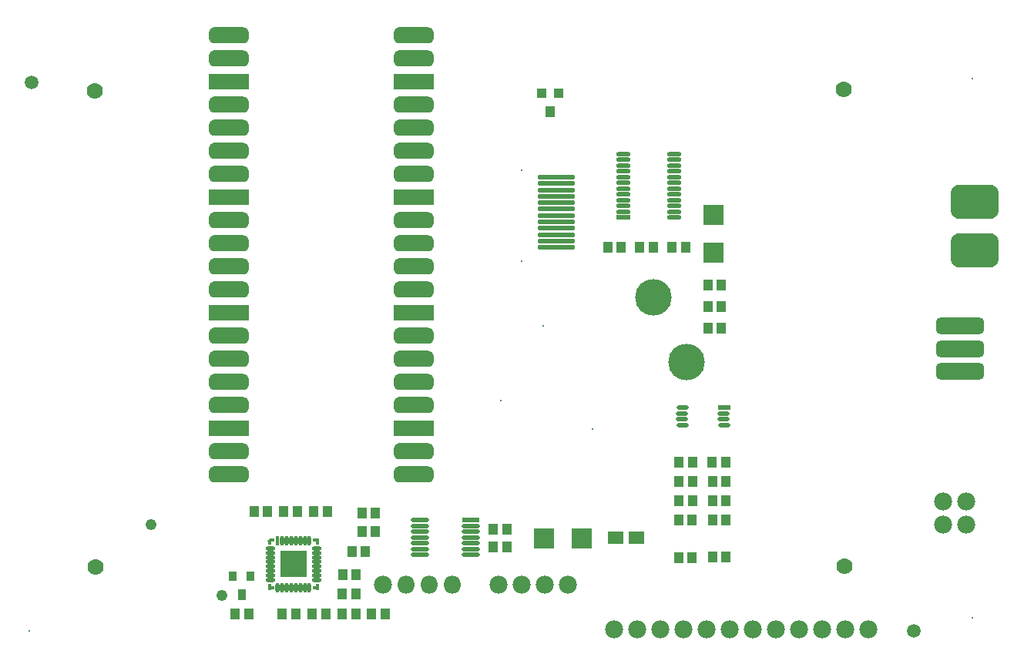
<source format=gbs>
G04*
G04 #@! TF.GenerationSoftware,Altium Limited,CircuitStudio,1.5.2 (30)*
G04*
G04 Layer_Color=26112*
%FSLAX25Y25*%
%MOIN*%
G70*
G01*
G75*
%ADD26C,0.07000*%
%ADD119C,0.05937*%
%ADD120C,0.04800*%
%ADD121C,0.00800*%
%ADD122C,0.07800*%
%ADD123O,0.07300X0.07800*%
%ADD124O,0.07800X0.02000*%
%ADD125R,0.07800X0.02000*%
%ADD126O,0.06200X0.02000*%
%ADD127R,0.06200X0.02000*%
%ADD128R,0.03950X0.04737*%
%ADD129R,0.08800X0.08800*%
%ADD130R,0.03600X0.05000*%
%ADD131R,0.03600X0.04400*%
%ADD132R,0.04400X0.05000*%
%ADD133R,0.04400X0.04400*%
G04:AMPARAMS|DCode=134|XSize=70mil|YSize=172mil|CornerRadius=21.05mil|HoleSize=0mil|Usage=FLASHONLY|Rotation=270.000|XOffset=0mil|YOffset=0mil|HoleType=Round|Shape=RoundedRectangle|*
%AMROUNDEDRECTD134*
21,1,0.07000,0.12990,0,0,270.0*
21,1,0.02790,0.17200,0,0,270.0*
1,1,0.04210,-0.06495,-0.01395*
1,1,0.04210,-0.06495,0.01395*
1,1,0.04210,0.06495,0.01395*
1,1,0.04210,0.06495,-0.01395*
%
%ADD134ROUNDEDRECTD134*%
%ADD135R,0.17200X0.07000*%
%ADD136O,0.05200X0.02178*%
%ADD137O,0.05200X0.02178*%
%ADD138R,0.05200X0.02178*%
%ADD139R,0.02500X0.01400*%
%ADD140R,0.01400X0.02500*%
%ADD141R,0.02260X0.01400*%
%ADD142R,0.01400X0.02260*%
G04:AMPARAMS|DCode=143|XSize=15.8mil|YSize=14mil|CornerRadius=0mil|HoleSize=0mil|Usage=FLASHONLY|Rotation=225.000|XOffset=0mil|YOffset=0mil|HoleType=Round|Shape=Rectangle|*
%AMROTATEDRECTD143*
4,1,4,0.00064,0.01054,0.01054,0.00064,-0.00064,-0.01054,-0.01054,-0.00064,0.00064,0.01054,0.0*
%
%ADD143ROTATEDRECTD143*%

%ADD144R,0.11800X0.11800*%
%ADD145R,0.01784X0.04300*%
%ADD146O,0.01784X0.04300*%
%ADD147O,0.04300X0.01784*%
%ADD148R,0.06800X0.05800*%
%ADD149R,0.08800X0.08800*%
%ADD150C,0.15800*%
G04:AMPARAMS|DCode=151|XSize=22mil|YSize=158mil|CornerRadius=7.5mil|HoleSize=0mil|Usage=FLASHONLY|Rotation=270.000|XOffset=0mil|YOffset=0mil|HoleType=Round|Shape=RoundedRectangle|*
%AMROUNDEDRECTD151*
21,1,0.02200,0.14300,0,0,270.0*
21,1,0.00700,0.15800,0,0,270.0*
1,1,0.01500,-0.07150,-0.00350*
1,1,0.01500,-0.07150,0.00350*
1,1,0.01500,0.07150,0.00350*
1,1,0.01500,0.07150,-0.00350*
%
%ADD151ROUNDEDRECTD151*%
G04:AMPARAMS|DCode=152|XSize=208mil|YSize=148mil|CornerRadius=39mil|HoleSize=0mil|Usage=FLASHONLY|Rotation=0.000|XOffset=0mil|YOffset=0mil|HoleType=Round|Shape=RoundedRectangle|*
%AMROUNDEDRECTD152*
21,1,0.20800,0.07000,0,0,0.0*
21,1,0.13000,0.14800,0,0,0.0*
1,1,0.07800,0.06500,-0.03500*
1,1,0.07800,-0.06500,-0.03500*
1,1,0.07800,-0.06500,0.03500*
1,1,0.07800,0.06500,0.03500*
%
%ADD152ROUNDEDRECTD152*%
G04:AMPARAMS|DCode=153|XSize=73mil|YSize=208mil|CornerRadius=20.25mil|HoleSize=0mil|Usage=FLASHONLY|Rotation=270.000|XOffset=0mil|YOffset=0mil|HoleType=Round|Shape=RoundedRectangle|*
%AMROUNDEDRECTD153*
21,1,0.07300,0.16750,0,0,270.0*
21,1,0.03250,0.20800,0,0,270.0*
1,1,0.04050,-0.08375,-0.01625*
1,1,0.04050,-0.08375,0.01625*
1,1,0.04050,0.08375,0.01625*
1,1,0.04050,0.08375,-0.01625*
%
%ADD153ROUNDEDRECTD153*%
D26*
X3266906Y1741234D02*
D03*
X2942902Y1740734D02*
D03*
X2942542Y1946834D02*
D03*
X3266546Y1947334D02*
D03*
D119*
X2915200Y1950500D02*
D03*
X3296902Y1713234D02*
D03*
D120*
X2997559Y1728270D02*
D03*
X2966870Y1758959D02*
D03*
D121*
X3127269Y1912370D02*
D03*
Y1873000D02*
D03*
X3157900Y1800500D02*
D03*
X3118200Y1812900D02*
D03*
X3136800Y1845100D02*
D03*
X2914402Y1713234D02*
D03*
X3322401Y1718734D02*
D03*
Y1952234D02*
D03*
D122*
X3187402Y1713734D02*
D03*
X3197402D02*
D03*
X3167402D02*
D03*
X3177402D02*
D03*
X3217402D02*
D03*
X3207402D02*
D03*
X3237402D02*
D03*
X3227402D02*
D03*
X3257402D02*
D03*
X3247401D02*
D03*
X3277402D02*
D03*
X3267402D02*
D03*
X3137402Y1733234D02*
D03*
X3319732Y1769253D02*
D03*
X3309732D02*
D03*
X3309832Y1759011D02*
D03*
X3319832D02*
D03*
X3147402Y1733234D02*
D03*
X3067402D02*
D03*
X3117402D02*
D03*
X3127402D02*
D03*
D123*
X3087402D02*
D03*
X3097402D02*
D03*
X3077402D02*
D03*
D124*
X3083400Y1761000D02*
D03*
Y1758500D02*
D03*
Y1756000D02*
D03*
Y1753500D02*
D03*
Y1751000D02*
D03*
Y1748500D02*
D03*
Y1746000D02*
D03*
X3105300Y1746000D02*
D03*
Y1748500D02*
D03*
Y1751000D02*
D03*
X3105300Y1753500D02*
D03*
X3105300Y1756000D02*
D03*
Y1758500D02*
D03*
D125*
Y1761000D02*
D03*
D126*
X3171500Y1909500D02*
D03*
Y1912000D02*
D03*
Y1914500D02*
D03*
Y1917000D02*
D03*
Y1919500D02*
D03*
X3193400D02*
D03*
Y1917000D02*
D03*
Y1914500D02*
D03*
Y1912000D02*
D03*
Y1909500D02*
D03*
Y1892000D02*
D03*
Y1894500D02*
D03*
Y1897000D02*
D03*
Y1899500D02*
D03*
Y1902000D02*
D03*
Y1904500D02*
D03*
Y1907000D02*
D03*
X3171500D02*
D03*
Y1904500D02*
D03*
Y1902000D02*
D03*
Y1899500D02*
D03*
Y1897000D02*
D03*
Y1894500D02*
D03*
D127*
Y1892000D02*
D03*
D128*
X3215800Y1745000D02*
D03*
X3209900D02*
D03*
X3207900Y1862600D02*
D03*
X3213800D02*
D03*
Y1844200D02*
D03*
X3207900D02*
D03*
X3213800Y1853400D02*
D03*
X3207900D02*
D03*
X3023700Y1720300D02*
D03*
X3029600D02*
D03*
X3064100Y1764200D02*
D03*
X3058200D02*
D03*
X3062500Y1720300D02*
D03*
X3068400D02*
D03*
X3055800Y1737400D02*
D03*
X3049900D02*
D03*
X3059800Y1747500D02*
D03*
X3053900D02*
D03*
X3064100Y1756100D02*
D03*
X3058200D02*
D03*
X3120900Y1757100D02*
D03*
X3115000D02*
D03*
X3120900Y1749400D02*
D03*
X3115000D02*
D03*
X3198244Y1879234D02*
D03*
X3192344D02*
D03*
X3030400Y1764700D02*
D03*
X3024500D02*
D03*
X3049800Y1729000D02*
D03*
X3055700D02*
D03*
X3036700Y1720300D02*
D03*
X3042600D02*
D03*
X3003400D02*
D03*
X3009300D02*
D03*
X3017500Y1764700D02*
D03*
X3011600D02*
D03*
X3055569Y1720300D02*
D03*
X3049669D02*
D03*
X3215800Y1777700D02*
D03*
X3209900D02*
D03*
X3201200Y1786000D02*
D03*
X3195300D02*
D03*
X3215800Y1761200D02*
D03*
X3209900D02*
D03*
X3215800Y1769500D02*
D03*
X3209900D02*
D03*
X3043300Y1764700D02*
D03*
X3037400D02*
D03*
X3170472Y1879234D02*
D03*
X3164572D02*
D03*
X3184358D02*
D03*
X3178458D02*
D03*
X3201200Y1777700D02*
D03*
X3195300D02*
D03*
X3201200Y1769500D02*
D03*
X3195300D02*
D03*
X3195200Y1761200D02*
D03*
X3201100D02*
D03*
X3209800Y1786100D02*
D03*
X3215700D02*
D03*
X3195200Y1744900D02*
D03*
X3201100D02*
D03*
D129*
X3210444Y1876715D02*
D03*
Y1893046D02*
D03*
D130*
X3006300Y1728700D02*
D03*
D131*
X3010000Y1736700D02*
D03*
X3002500D02*
D03*
D132*
X3139800Y1937700D02*
D03*
D133*
X3143500Y1945700D02*
D03*
X3136000D02*
D03*
D134*
X3000602Y1970773D02*
D03*
Y1960773D02*
D03*
Y1940773D02*
D03*
Y1930773D02*
D03*
Y1880773D02*
D03*
Y1890773D02*
D03*
Y1910773D02*
D03*
Y1920773D02*
D03*
Y1830773D02*
D03*
Y1840773D02*
D03*
Y1860773D02*
D03*
Y1870773D02*
D03*
Y1780773D02*
D03*
Y1790773D02*
D03*
Y1810773D02*
D03*
Y1820773D02*
D03*
X3080602Y1810773D02*
D03*
Y1790773D02*
D03*
Y1780773D02*
D03*
Y1860773D02*
D03*
Y1840773D02*
D03*
Y1830773D02*
D03*
Y1820773D02*
D03*
Y1910773D02*
D03*
Y1890773D02*
D03*
Y1880773D02*
D03*
Y1870773D02*
D03*
Y1920773D02*
D03*
Y1930773D02*
D03*
Y1940773D02*
D03*
Y1960773D02*
D03*
Y1970773D02*
D03*
D135*
X3000602Y1950773D02*
D03*
Y1900773D02*
D03*
Y1850773D02*
D03*
Y1800773D02*
D03*
X3080602D02*
D03*
Y1950773D02*
D03*
Y1850773D02*
D03*
Y1900773D02*
D03*
D136*
X3214900Y1802100D02*
D03*
X3196900Y1809600D02*
D03*
D137*
X3214800Y1807200D02*
D03*
X3214800Y1804600D02*
D03*
X3196900Y1802100D02*
D03*
X3196800Y1807200D02*
D03*
Y1804700D02*
D03*
D138*
X3214900Y1809600D02*
D03*
D139*
X3038300Y1752300D02*
D03*
X3018880Y1731621D02*
D03*
X3038329Y1731650D02*
D03*
D140*
X3038900Y1751700D02*
D03*
X3018279Y1732221D02*
D03*
X3038929Y1732250D02*
D03*
D141*
X3019300Y1752300D02*
D03*
D142*
X3018300Y1751300D02*
D03*
D143*
X3018500Y1752100D02*
D03*
D144*
X3028590Y1741961D02*
D03*
D145*
X3021700Y1752000D02*
D03*
D146*
X3023668D02*
D03*
X3025637D02*
D03*
X3027605D02*
D03*
X3029574D02*
D03*
X3031543D02*
D03*
X3033511D02*
D03*
X3035480D02*
D03*
X3035480Y1731921D02*
D03*
X3033511D02*
D03*
X3031543D02*
D03*
X3029574D02*
D03*
X3027605D02*
D03*
X3025637D02*
D03*
X3023668D02*
D03*
X3021700Y1731921D02*
D03*
D147*
X3038629Y1739008D02*
D03*
Y1740976D02*
D03*
Y1748850D02*
D03*
Y1746882D02*
D03*
Y1744913D02*
D03*
Y1742945D02*
D03*
X3018550D02*
D03*
Y1744913D02*
D03*
Y1746882D02*
D03*
Y1748850D02*
D03*
Y1740976D02*
D03*
Y1739008D02*
D03*
X3038629Y1735071D02*
D03*
Y1737039D02*
D03*
X3018550D02*
D03*
Y1735071D02*
D03*
D148*
X3176900Y1753300D02*
D03*
X3167900D02*
D03*
D149*
X3137120Y1753200D02*
D03*
X3153451D02*
D03*
D150*
X3184500Y1857400D02*
D03*
X3198700Y1829500D02*
D03*
D151*
X3142188Y1887327D02*
D03*
Y1884571D02*
D03*
Y1881815D02*
D03*
Y1879059D02*
D03*
Y1898350D02*
D03*
Y1895594D02*
D03*
Y1892839D02*
D03*
Y1890083D02*
D03*
Y1901106D02*
D03*
Y1903862D02*
D03*
Y1906618D02*
D03*
Y1909374D02*
D03*
D152*
X3323378Y1898659D02*
D03*
Y1877659D02*
D03*
D153*
X3316929Y1844982D02*
D03*
Y1825297D02*
D03*
Y1835139D02*
D03*
M02*

</source>
